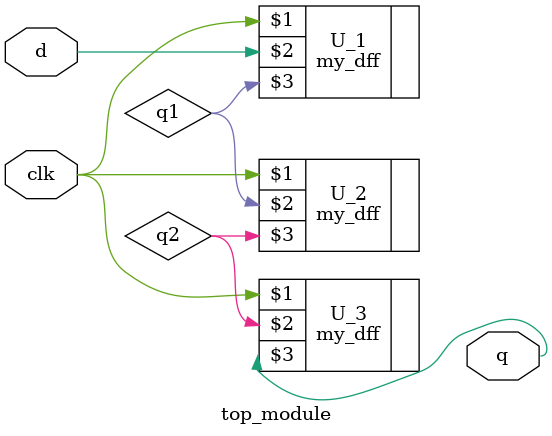
<source format=v>
/*
Problem Statement: You are given a module my_dff with two inputs and one output (that implements a D flip-flop). Instantiate three of them, 
                   then chain them together to make a shift register of length 3. The clk port needs to be connected to all instances.

                    The module provided to you is: module my_dff ( input clk, input d, output q );

                    Note that to make the internal connections, you will need to declare some wires. 
                    Be careful about naming your wires and module instances: the names must be unique.
*/

//Solution:

module top_module ( input clk, input d, output q );
    wire q1,q2;
    my_dff U_1( clk, d,  q1 );
    my_dff U_2( clk, q1,  q2 );
    my_dff U_3( clk, q2,  q );
endmodule

</source>
